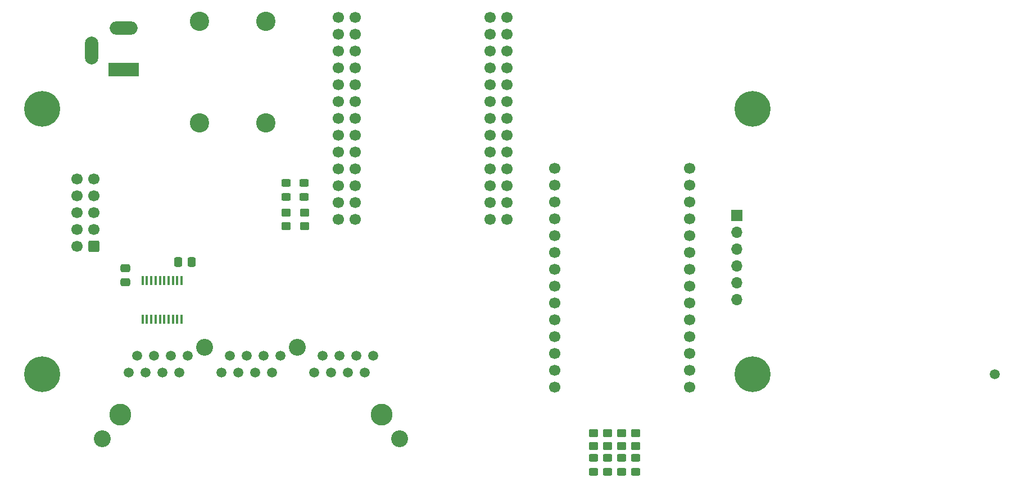
<source format=gbr>
%TF.GenerationSoftware,KiCad,Pcbnew,8.0.0*%
%TF.CreationDate,2024-03-26T17:27:08+01:00*%
%TF.ProjectId,som-exp-host,736f6d2d-6578-4702-9d68-6f73742e6b69,rev?*%
%TF.SameCoordinates,Original*%
%TF.FileFunction,Soldermask,Top*%
%TF.FilePolarity,Negative*%
%FSLAX46Y46*%
G04 Gerber Fmt 4.6, Leading zero omitted, Abs format (unit mm)*
G04 Created by KiCad (PCBNEW 8.0.0) date 2024-03-26 17:27:08*
%MOMM*%
%LPD*%
G01*
G04 APERTURE LIST*
G04 Aperture macros list*
%AMRoundRect*
0 Rectangle with rounded corners*
0 $1 Rounding radius*
0 $2 $3 $4 $5 $6 $7 $8 $9 X,Y pos of 4 corners*
0 Add a 4 corners polygon primitive as box body*
4,1,4,$2,$3,$4,$5,$6,$7,$8,$9,$2,$3,0*
0 Add four circle primitives for the rounded corners*
1,1,$1+$1,$2,$3*
1,1,$1+$1,$4,$5*
1,1,$1+$1,$6,$7*
1,1,$1+$1,$8,$9*
0 Add four rect primitives between the rounded corners*
20,1,$1+$1,$2,$3,$4,$5,0*
20,1,$1+$1,$4,$5,$6,$7,0*
20,1,$1+$1,$6,$7,$8,$9,0*
20,1,$1+$1,$8,$9,$2,$3,0*%
G04 Aperture macros list end*
%ADD10RoundRect,0.250000X-0.450000X0.350000X-0.450000X-0.350000X0.450000X-0.350000X0.450000X0.350000X0*%
%ADD11C,5.400000*%
%ADD12C,2.910000*%
%ADD13RoundRect,0.250000X0.450000X-0.325000X0.450000X0.325000X-0.450000X0.325000X-0.450000X-0.325000X0*%
%ADD14C,1.500000*%
%ADD15RoundRect,0.250000X0.475000X-0.337500X0.475000X0.337500X-0.475000X0.337500X-0.475000X-0.337500X0*%
%ADD16RoundRect,0.250000X0.600000X0.600000X-0.600000X0.600000X-0.600000X-0.600000X0.600000X-0.600000X0*%
%ADD17C,1.700000*%
%ADD18R,4.600000X2.000000*%
%ADD19O,4.200000X2.000000*%
%ADD20O,2.000000X4.200000*%
%ADD21R,1.700000X1.700000*%
%ADD22O,1.700000X1.700000*%
%ADD23RoundRect,0.250000X0.450000X-0.350000X0.450000X0.350000X-0.450000X0.350000X-0.450000X-0.350000X0*%
%ADD24RoundRect,0.250000X-0.450000X0.325000X-0.450000X-0.325000X0.450000X-0.325000X0.450000X0.325000X0*%
%ADD25C,3.300000*%
%ADD26C,2.550000*%
%ADD27R,0.450000X1.475000*%
%ADD28RoundRect,0.250000X-0.337500X-0.475000X0.337500X-0.475000X0.337500X0.475000X-0.337500X0.475000X0*%
G04 APERTURE END LIST*
D10*
%TO.C,R3*%
X179900000Y-115123400D03*
X179900000Y-117123400D03*
%TD*%
D11*
%TO.C,H2*%
X197500000Y-66250000D03*
%TD*%
D12*
%TO.C,J3*%
X124192000Y-68300000D03*
X124192000Y-53000000D03*
%TD*%
%TO.C,J2*%
X114192000Y-68300000D03*
X114192000Y-53000000D03*
%TD*%
D11*
%TO.C,H3*%
X90500000Y-106250000D03*
%TD*%
D13*
%TO.C,LED6*%
X173505000Y-120955000D03*
X173505000Y-118905000D03*
%TD*%
D14*
%TO.C,REF\u002A\u002A*%
X234000000Y-106250000D03*
%TD*%
D15*
%TO.C,C7*%
X103000000Y-92351700D03*
X103000000Y-90276700D03*
%TD*%
D11*
%TO.C,H4*%
X197500000Y-106250000D03*
%TD*%
D13*
%TO.C,LED4*%
X177765000Y-120955000D03*
X177765000Y-118905000D03*
%TD*%
D16*
%TO.C,J7*%
X98226900Y-86950600D03*
D17*
X95686900Y-86950600D03*
X98226900Y-84410600D03*
X95686900Y-84410600D03*
X98226900Y-81870600D03*
X95686900Y-81870600D03*
X98226900Y-79330600D03*
X95686900Y-79330600D03*
X98226900Y-76790600D03*
X95686900Y-76790600D03*
%TD*%
D18*
%TO.C,J5*%
X102750000Y-60300000D03*
D19*
X102750000Y-54000000D03*
D20*
X97950000Y-57400000D03*
%TD*%
D21*
%TO.C,J6*%
X195130800Y-82340000D03*
D22*
X195130800Y-84880000D03*
X195130800Y-87420000D03*
X195130800Y-89960000D03*
X195130800Y-92500000D03*
X195130800Y-95040000D03*
%TD*%
D23*
%TO.C,R1*%
X130014400Y-83919600D03*
X130014400Y-81919600D03*
%TD*%
D24*
%TO.C,LED1*%
X129969400Y-77425600D03*
X129969400Y-79475600D03*
%TD*%
D25*
%TO.C,J1*%
X102254600Y-112320000D03*
X141624600Y-112320000D03*
D14*
X103524600Y-105970000D03*
X104794600Y-103430000D03*
X106064600Y-105970000D03*
X107334600Y-103430000D03*
X108604600Y-105970000D03*
X109874600Y-103430000D03*
X111144600Y-105970000D03*
X112414600Y-103430000D03*
X117494600Y-105970000D03*
X118764600Y-103430000D03*
X120034600Y-105970000D03*
X121304600Y-103430000D03*
X122574600Y-105970000D03*
X123844600Y-103430000D03*
X125114600Y-105970000D03*
X126384600Y-103430000D03*
X131464600Y-105970000D03*
X132734600Y-103430000D03*
X134004600Y-105970000D03*
X135274600Y-103430000D03*
X136544600Y-105970000D03*
X137814600Y-103430000D03*
X139084600Y-105970000D03*
X140354600Y-103430000D03*
D26*
X99519600Y-116000000D03*
X144359600Y-116000000D03*
X114954600Y-102160000D03*
X128924600Y-102160000D03*
%TD*%
D27*
%TO.C,U14*%
X111464400Y-92124000D03*
X110814400Y-92124000D03*
X110164400Y-92124000D03*
X109514400Y-92124000D03*
X108864400Y-92124000D03*
X108214400Y-92124000D03*
X107564400Y-92124000D03*
X106914400Y-92124000D03*
X106264400Y-92124000D03*
X105614400Y-92124000D03*
X105614400Y-98000000D03*
X106264400Y-98000000D03*
X106914400Y-98000000D03*
X107564400Y-98000000D03*
X108214400Y-98000000D03*
X108864400Y-98000000D03*
X109514400Y-98000000D03*
X110164400Y-98000000D03*
X110814400Y-98000000D03*
X111464400Y-98000000D03*
%TD*%
D28*
%TO.C,C6*%
X110962500Y-89314200D03*
X113037500Y-89314200D03*
%TD*%
D10*
%TO.C,R4*%
X177770000Y-115123400D03*
X177770000Y-117123400D03*
%TD*%
D17*
%TO.C,U2*%
X137627000Y-52378000D03*
X135087000Y-52378000D03*
X137627000Y-54918000D03*
X135087000Y-54918000D03*
X137627000Y-57458000D03*
X135087000Y-57458000D03*
X137627000Y-59998000D03*
X135087000Y-59998000D03*
X137627000Y-62538000D03*
X135087000Y-62538000D03*
X137627000Y-65078000D03*
X135087000Y-65078000D03*
X137627000Y-67618000D03*
X135087000Y-67618000D03*
X137627000Y-70158000D03*
X135087000Y-70158000D03*
X137627000Y-72698000D03*
X135087000Y-72698000D03*
X137627000Y-75238000D03*
X135087000Y-75238000D03*
X137627000Y-77778000D03*
X135087000Y-77778000D03*
X137627000Y-80318000D03*
X135087000Y-80318000D03*
X137627000Y-82858000D03*
X135087000Y-82858000D03*
X160517000Y-52378000D03*
X157977000Y-52378000D03*
X160517000Y-54918000D03*
X157977000Y-54918000D03*
X160517000Y-57458000D03*
X157977000Y-57458000D03*
X160517000Y-59998000D03*
X157977000Y-59998000D03*
X160517000Y-62538000D03*
X157977000Y-62538000D03*
X160517000Y-65078000D03*
X157977000Y-65078000D03*
X160517000Y-67618000D03*
X157977000Y-67618000D03*
X160517000Y-70158000D03*
X157977000Y-70158000D03*
X160517000Y-72698000D03*
X157977000Y-72698000D03*
X160517000Y-75238000D03*
X157977000Y-75238000D03*
X160517000Y-77778000D03*
X157977000Y-77778000D03*
X160517000Y-80318000D03*
X157977000Y-80318000D03*
X160517000Y-82858000D03*
X157977000Y-82858000D03*
%TD*%
%TO.C,U1*%
X167680000Y-75160000D03*
X167680000Y-77700000D03*
X167680000Y-80240000D03*
X167680000Y-82780000D03*
X167680000Y-85320000D03*
X167680000Y-87860000D03*
X167680000Y-90400000D03*
X167680000Y-92940000D03*
X167680000Y-95480000D03*
X167680000Y-98020000D03*
X167680000Y-100560000D03*
X167680000Y-103100000D03*
X167680000Y-105640000D03*
X167680000Y-108180000D03*
X188000000Y-108180000D03*
X188000000Y-105640000D03*
X188000000Y-103100000D03*
X188000000Y-100560000D03*
X188000000Y-98020000D03*
X188000000Y-95480000D03*
X188000000Y-92940000D03*
X188000000Y-90400000D03*
X188000000Y-87860000D03*
X188000000Y-85320000D03*
X188000000Y-82780000D03*
X188000000Y-80240000D03*
X188000000Y-77700000D03*
X188000000Y-75160000D03*
%TD*%
D10*
%TO.C,R6*%
X173510000Y-115123400D03*
X173510000Y-117123400D03*
%TD*%
D13*
%TO.C,LED3*%
X179895000Y-120955000D03*
X179895000Y-118905000D03*
%TD*%
D10*
%TO.C,R5*%
X175640000Y-115123400D03*
X175640000Y-117123400D03*
%TD*%
D23*
%TO.C,R2*%
X127242582Y-83919600D03*
X127242582Y-81919600D03*
%TD*%
D11*
%TO.C,H1*%
X90500000Y-66250000D03*
%TD*%
D24*
%TO.C,LED2*%
X127197582Y-77425600D03*
X127197582Y-79475600D03*
%TD*%
D13*
%TO.C,LED5*%
X175635000Y-120955000D03*
X175635000Y-118905000D03*
%TD*%
M02*

</source>
